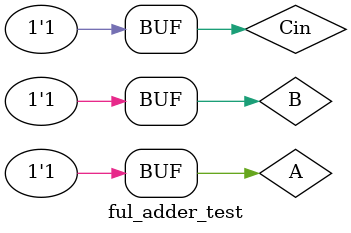
<source format=v>
`timescale 1ns / 1ps


module ful_adder_test();
	reg A;
	reg B;
	reg Cin;

	wire BCDout;
	wire Cout;

	ful_adder U1(
		.A(A),
		.B(B),
		.Cin(Cin),
		.BCDout(BCDout),
		.Cout(Cout));

	initial begin 
		A <= 1;
		B <= 1;
		Cin <= 1;
	end

	always begin 
		A <= 0;
		B <= 0;
		Cin <= 0;
		#100;
		A <= 0;
		B <= 0;
		Cin <= 1;
		#100;
		A <= 0;
		B <= 1;
		Cin <= 0;
		#100;
		A <= 0;
		B <= 1;
		Cin <= 1;
		#100;
		A <= 1;
		B <= 0;
		Cin <= 0;
		#100;
		A <= 1;
		B <= 0;
		Cin <= 1;
		#100;
		A <= 1;
		B <= 1;
		Cin <= 0;
		#100;
		A <= 1;
		B <= 1;
		Cin <= 1;
		#100;
	end

endmodule

</source>
